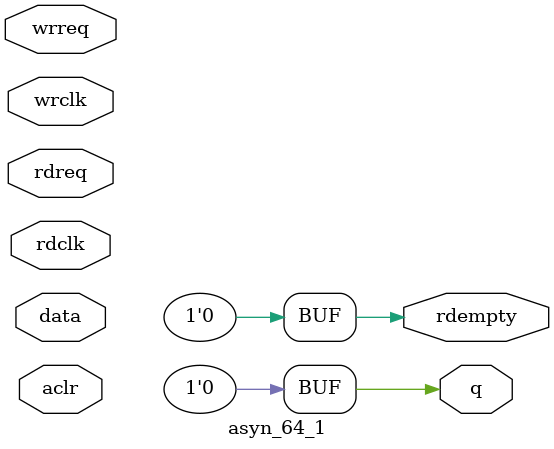
<source format=v>
module asyn_64_1(	// file.cleaned.mlir:2:3
  input  aclr,	// file.cleaned.mlir:2:27
         data,	// file.cleaned.mlir:2:42
         rdclk,	// file.cleaned.mlir:2:57
         rdreq,	// file.cleaned.mlir:2:73
         wrclk,	// file.cleaned.mlir:2:89
         wrreq,	// file.cleaned.mlir:2:105
  output q,	// file.cleaned.mlir:2:122
         rdempty	// file.cleaned.mlir:2:134
);

  assign q = 1'h0;	// file.cleaned.mlir:3:14, :4:5
  assign rdempty = 1'h0;	// file.cleaned.mlir:3:14, :4:5
endmodule


</source>
